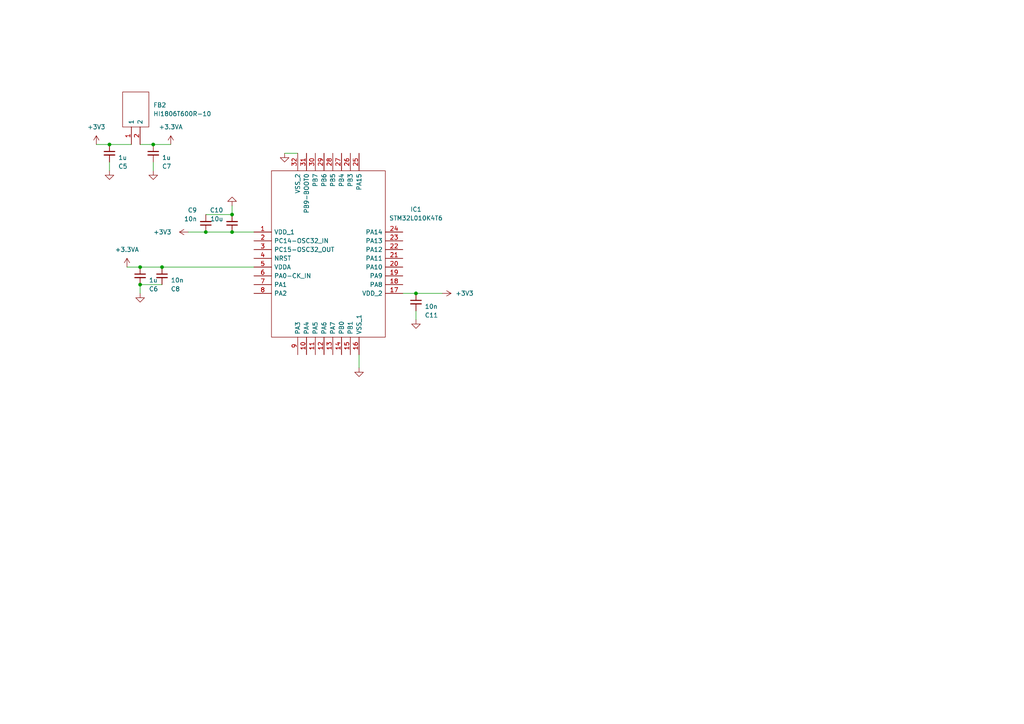
<source format=kicad_sch>
(kicad_sch (version 20211123) (generator eeschema)
  (paper "A4")
  (lib_symbols
    (symbol "Device:C_Small" (pin_numbers hide) (pin_names (offset 0.254) hide)
      (property "Reference" "C" (at 0.254 1.778 0))
      (property "Value" "C_Small" (at 0.254 -2.032 0))
      (symbol "C_Small_0_1"
        (polyline (pts (xy -1.524 -0.508) (xy 1.524 -0.508)) (stroke (width 0.3302)))
        (polyline (pts (xy -1.524 0.508) (xy 1.524 0.508)) (stroke (width 0.3048)))
      )
      (symbol "C_Small_1_1"
        (pin passive line (at 0 2.54 270) (length 2.032) (name "~") (number "1"))
        (pin passive line (at 0 -2.54 90) (length 2.032) (name "~") (number "2"))
      )
    )
    (symbol "SamacSys_Parts:HI1806T600R-10" (pin_names (offset 0.762))
      (property "Reference" "FB" (at 16.51 7.62 0))
      (property "Value" "HI1806T600R-10" (at 16.51 5.08 0))
      (symbol "HI1806T600R-10_0_0"
        (pin passive line (at 0 0 0) (length 5.08) (name "1") (number "1"))
        (pin passive line (at 0 -2.54 0) (length 5.08) (name "2") (number "2"))
      )
      (symbol "HI1806T600R-10_0_1"
        (polyline (pts (xy 5.08 2.54) (xy 15.24 2.54) (xy 15.24 -5.08) (xy 5.08 -5.08) (xy 5.08 2.54)) (stroke (width 0.1524)))
      )
    )
    (symbol "SamacSys_Parts:STM32L010K4T6" (pin_names (offset 0.762))
      (property "Reference" "IC" (at 39.37 22.86 0))
      (property "Value" "STM32L010K4T6" (at 39.37 20.32 0))
      (symbol "STM32L010K4T6_0_0"
        (pin passive line (at 0 0 0) (length 5.08) (name "VDD_1") (number "1"))
        (pin passive line (at 15.24 -35.56 90) (length 5.08) (name "PA4") (number "10"))
        (pin passive line (at 17.78 -35.56 90) (length 5.08) (name "PA5") (number "11"))
        (pin passive line (at 20.32 -35.56 90) (length 5.08) (name "PA6") (number "12"))
        (pin passive line (at 22.86 -35.56 90) (length 5.08) (name "PA7") (number "13"))
        (pin passive line (at 25.4 -35.56 90) (length 5.08) (name "PB0") (number "14"))
        (pin passive line (at 27.94 -35.56 90) (length 5.08) (name "PB1") (number "15"))
        (pin passive line (at 30.48 -35.56 90) (length 5.08) (name "VSS_1") (number "16"))
        (pin passive line (at 43.18 -17.78 180) (length 5.08) (name "VDD_2") (number "17"))
        (pin passive line (at 43.18 -15.24 180) (length 5.08) (name "PA8") (number "18"))
        (pin passive line (at 43.18 -12.7 180) (length 5.08) (name "PA9") (number "19"))
        (pin passive line (at 0 -2.54 0) (length 5.08) (name "PC14-OSC32_IN") (number "2"))
        (pin passive line (at 43.18 -10.16 180) (length 5.08) (name "PA10") (number "20"))
        (pin passive line (at 43.18 -7.62 180) (length 5.08) (name "PA11") (number "21"))
        (pin passive line (at 43.18 -5.08 180) (length 5.08) (name "PA12") (number "22"))
        (pin passive line (at 43.18 -2.54 180) (length 5.08) (name "PA13") (number "23"))
        (pin passive line (at 43.18 0 180) (length 5.08) (name "PA14") (number "24"))
        (pin passive line (at 30.48 22.86 270) (length 5.08) (name "PA15") (number "25"))
        (pin passive line (at 27.94 22.86 270) (length 5.08) (name "PB3") (number "26"))
        (pin passive line (at 25.4 22.86 270) (length 5.08) (name "PB4") (number "27"))
        (pin passive line (at 22.86 22.86 270) (length 5.08) (name "PB5") (number "28"))
        (pin passive line (at 20.32 22.86 270) (length 5.08) (name "PB6") (number "29"))
        (pin passive line (at 0 -5.08 0) (length 5.08) (name "PC15-OSC32_OUT") (number "3"))
        (pin passive line (at 17.78 22.86 270) (length 5.08) (name "PB7") (number "30"))
        (pin passive line (at 15.24 22.86 270) (length 5.08) (name "PB9-BOOT0") (number "31"))
        (pin passive line (at 12.7 22.86 270) (length 5.08) (name "VSS_2") (number "32"))
        (pin passive line (at 0 -7.62 0) (length 5.08) (name "NRST") (number "4"))
        (pin passive line (at 0 -10.16 0) (length 5.08) (name "VDDA") (number "5"))
        (pin passive line (at 0 -12.7 0) (length 5.08) (name "PA0-CK_IN") (number "6"))
        (pin passive line (at 0 -15.24 0) (length 5.08) (name "PA1") (number "7"))
        (pin passive line (at 0 -17.78 0) (length 5.08) (name "PA2") (number "8"))
        (pin passive line (at 12.7 -35.56 90) (length 5.08) (name "PA3") (number "9"))
      )
      (symbol "STM32L010K4T6_0_1"
        (polyline (pts (xy 5.08 17.78) (xy 38.1 17.78) (xy 38.1 -30.48) (xy 5.08 -30.48) (xy 5.08 17.78)) (stroke (width 0.1524)))
      )
    )
    (symbol "power:+3.3V" (power) (pin_names (offset 0))
      (property "Value" "+3.3V" (at 0 3.556 0))
      (symbol "+3.3V_0_1"
        (polyline (pts (xy -0.762 1.27) (xy 0 2.54)))
        (polyline (pts (xy 0 0) (xy 0 2.54)))
        (polyline (pts (xy 0 2.54) (xy 0.762 1.27)))
      )
      (symbol "+3.3V_1_1"
        (pin power_in line (at 0 0 90) (length 0) hide (name "+3V3") (number "1"))
      )
    )
    (symbol "power:+3.3VA" (power) (pin_names (offset 0))
      (property "Value" "+3.3VA" (at 0 3.556 0))
      (symbol "+3.3VA_0_1"
        (polyline (pts (xy -0.762 1.27) (xy 0 2.54)))
        (polyline (pts (xy 0 0) (xy 0 2.54)))
        (polyline (pts (xy 0 2.54) (xy 0.762 1.27)))
      )
      (symbol "+3.3VA_1_1"
        (pin power_in line (at 0 0 90) (length 0) hide (name "+3.3VA") (number "1"))
      )
    )
    (symbol "power:GND" (power) (pin_names (offset 0))
      (property "Value" "GND" (at 0 -3.81 0))
      (symbol "GND_0_1"
        (polyline (pts (xy 0 0) (xy 0 -1.27) (xy 1.27 -1.27) (xy 0 -2.54) (xy -1.27 -1.27) (xy 0 -1.27)))
      )
      (symbol "GND_1_1"
        (pin power_in line (at 0 0 270) (length 0) hide (name "GND") (number "1"))
      )
    )
  )
  (junction (at 40.64 77.47))
  (junction (at 59.69 67.31))
  (junction (at 44.45 41.91))
  (junction (at 67.31 62.23))
  (junction (at 46.99 77.47))
  (junction (at 40.64 82.55))
  (junction (at 31.75 41.91))
  (junction (at 120.65 85.09))
  (junction (at 67.31 67.31))
  (wire (pts (xy 40.64 41.91) (xy 44.45 41.91)))
  (wire (pts (xy 36.83 77.47) (xy 40.64 77.47)))
  (wire (pts (xy 116.84 85.09) (xy 120.65 85.09)))
  (wire (pts (xy 31.75 41.91) (xy 38.1 41.91)))
  (wire (pts (xy 31.75 46.99) (xy 31.75 49.53)))
  (wire (pts (xy 59.69 67.31) (xy 67.31 67.31)))
  (wire (pts (xy 27.94 41.91) (xy 31.75 41.91)))
  (wire (pts (xy 104.14 102.87) (xy 104.14 106.68)))
  (wire (pts (xy 67.31 67.31) (xy 73.66 67.31)))
  (wire (pts (xy 59.69 62.23) (xy 67.31 62.23)))
  (wire (pts (xy 40.64 82.55) (xy 46.99 82.55)))
  (wire (pts (xy 67.31 62.23) (xy 67.31 59.69)))
  (wire (pts (xy 82.55 44.45) (xy 86.36 44.45)))
  (wire (pts (xy 40.64 82.55) (xy 40.64 85.09)))
  (wire (pts (xy 40.64 77.47) (xy 46.99 77.47)))
  (wire (pts (xy 46.99 77.47) (xy 73.66 77.47)))
  (wire (pts (xy 44.45 46.99) (xy 44.45 49.53)))
  (wire (pts (xy 54.61 67.31) (xy 59.69 67.31)))
  (wire (pts (xy 120.65 90.17) (xy 120.65 92.71)))
  (wire (pts (xy 120.65 85.09) (xy 128.27 85.09)))
  (wire (pts (xy 44.45 41.91) (xy 49.53 41.91)))
  (symbol (lib_id "Device:C_Small") (at 120.65 87.63 0) (unit 1)
    (property "Reference" "C11" (at 123.19 91.44 0) (effects (justify left)))
    (property "Value" "10n" (at 123.19 88.9 0) (effects (justify left)))
  )
  (symbol (lib_id "power:+3.3V") (at 27.94 41.91 0) (unit 1)
    (property "Reference" "#PWR0131" (effects hide))
    (property "Value" "+3.3V" (at 27.94 36.83 0))
  )
  (symbol (lib_id "SamacSys_Parts:STM32L010K4T6") (at 73.66 67.31 0) (unit 1)
    (property "Reference" "IC1" (at 120.65 60.7312 0))
    (property "Value" "STM32L010K4T6" (at 120.65 63.2712 0))
    (property "Footprint" "QFP80P900X900X160-32N" (effects hide))
    (property "Datasheet" "https://www.st.com/resource/en/datasheet/stm32l010k4.pdf" (effects hide))
    (property "Description" "STMICROELECTRONICS - STM32L010K4T6 - MCU, 32BIT, 32MHZ, LQFP-32" (effects hide))
    (property "Height" "1.6" (effects hide))
    (property "Mouser Part Number" "511-STM32L010K4T6" (effects hide))
    (property "Mouser Price/Stock" "https://www.mouser.co.uk/ProductDetail/STMicroelectronics/STM32L010K4T6?qs=PqoDHHvF64%252BA8yN3WOJbRw%3D%3D" (effects hide))
    (property "Manufacturer_Name" "STMicroelectronics" (effects hide))
    (property "Manufacturer_Part_Number" "STM32L010K4T6" (effects hide))
  )
  (symbol (lib_id "Device:C_Small") (at 46.99 80.01 0) (unit 1)
    (property "Reference" "C8" (at 49.53 83.82 0) (effects (justify left)))
    (property "Value" "10n" (at 49.53 81.28 0) (effects (justify left)))
  )
  (symbol (lib_id "power:GND") (at 40.64 85.09 0) (unit 1)
    (property "Reference" "#PWR0135" (effects hide))
    (property "Value" "GND" (effects hide))
  )
  (symbol (lib_id "power:+3.3VA") (at 49.53 41.91 0) (unit 1)
    (property "Reference" "#PWR0130" (effects hide))
    (property "Value" "+3.3VA" (at 49.53 36.83 0))
  )
  (symbol (lib_id "Device:C_Small") (at 40.64 80.01 0) (unit 1)
    (property "Reference" "C6" (at 43.18 83.82 0) (effects (justify left)))
    (property "Value" "1u" (at 43.18 81.28 0) (effects (justify left)))
  )
  (symbol (lib_id "power:+3.3V") (at 128.27 85.09 270) (unit 1)
    (property "Reference" "#PWR0129" (effects hide))
    (property "Value" "+3.3V" (at 132.08 85.0899 90) (effects (justify left)))
  )
  (symbol (lib_id "SamacSys_Parts:HI1806T600R-10") (at 38.1 41.91 90) (unit 1)
    (property "Reference" "FB2" (at 44.45 30.4799 90) (effects (justify right)))
    (property "Value" "HI1806T600R-10" (at 44.45 33.0199 90) (effects (justify right)))
    (property "Footprint" "BEADC4516X185N" (effects hide))
    (property "Datasheet" "https://componentsearchengine.com/Datasheets/2/HI1806T600R-10.pdf" (effects hide))
    (property "Description" "FERRITE BEAD 60 OHM 1806 1LN" (effects hide))
    (property "Height" "1.85" (effects hide))
    (property "Mouser Part Number" "875-HI1806T600R-10" (effects hide))
    (property "Mouser Price/Stock" "https://www.mouser.com/Search/Refine.aspx?Keyword=875-HI1806T600R-10" (effects hide))
    (property "Manufacturer_Name" "Laird Technologies" (effects hide))
    (property "Manufacturer_Part_Number" "HI1806T600R-10" (effects hide))
  )
  (symbol (lib_id "power:GND") (at 44.45 49.53 0) (unit 1)
    (property "Reference" "#PWR0133" (effects hide))
    (property "Value" "GND" (effects hide))
  )
  (symbol (lib_id "power:+3.3VA") (at 36.83 77.47 0) (unit 1)
    (property "Reference" "#PWR0134" (effects hide))
    (property "Value" "+3.3VA" (at 36.83 72.39 0))
  )
  (symbol (lib_id "power:GND") (at 82.55 44.45 0) (unit 1)
    (property "Reference" "#PWR0124" (effects hide))
    (property "Value" "GND" (effects hide))
  )
  (symbol (lib_id "power:GND") (at 67.31 59.69 180) (unit 1)
    (property "Reference" "#PWR0126" (effects hide))
    (property "Value" "GND" (effects hide))
  )
  (symbol (lib_id "power:GND") (at 120.65 92.71 0) (unit 1)
    (property "Reference" "#PWR0128" (effects hide))
    (property "Value" "GND" (effects hide))
  )
  (symbol (lib_id "Device:C_Small") (at 31.75 44.45 0) (unit 1)
    (property "Reference" "C5" (at 34.29 48.26 0) (effects (justify left)))
    (property "Value" "1u" (at 34.29 45.72 0) (effects (justify left)))
  )
  (symbol (lib_id "Device:C_Small") (at 59.69 64.77 180) (unit 1)
    (property "Reference" "C9" (at 57.15 60.96 0) (effects (justify left)))
    (property "Value" "10n" (at 57.15 63.5 0) (effects (justify left)))
  )
  (symbol (lib_id "Device:C_Small") (at 67.31 64.77 180) (unit 1)
    (property "Reference" "C10" (at 64.77 60.96 0) (effects (justify left)))
    (property "Value" "10u" (at 64.77 63.5 0) (effects (justify left)))
  )
  (symbol (lib_id "power:GND") (at 104.14 106.68 0) (unit 1)
    (property "Reference" "#PWR0127" (effects hide))
    (property "Value" "GND" (effects hide))
  )
  (symbol (lib_id "power:+3.3V") (at 54.61 67.31 90) (unit 1)
    (property "Reference" "#PWR0125" (effects hide))
    (property "Value" "+3.3V" (at 44.45 67.31 90) (effects (justify right)))
  )
  (symbol (lib_id "Device:C_Small") (at 44.45 44.45 0) (unit 1)
    (property "Reference" "C7" (at 46.99 48.26 0) (effects (justify left)))
    (property "Value" "1u" (at 46.99 45.72 0) (effects (justify left)))
  )
  (symbol (lib_id "power:GND") (at 31.75 49.53 0) (unit 1)
    (property "Reference" "#PWR0132" (effects hide))
    (property "Value" "GND" (effects hide))
  )
)
</source>
